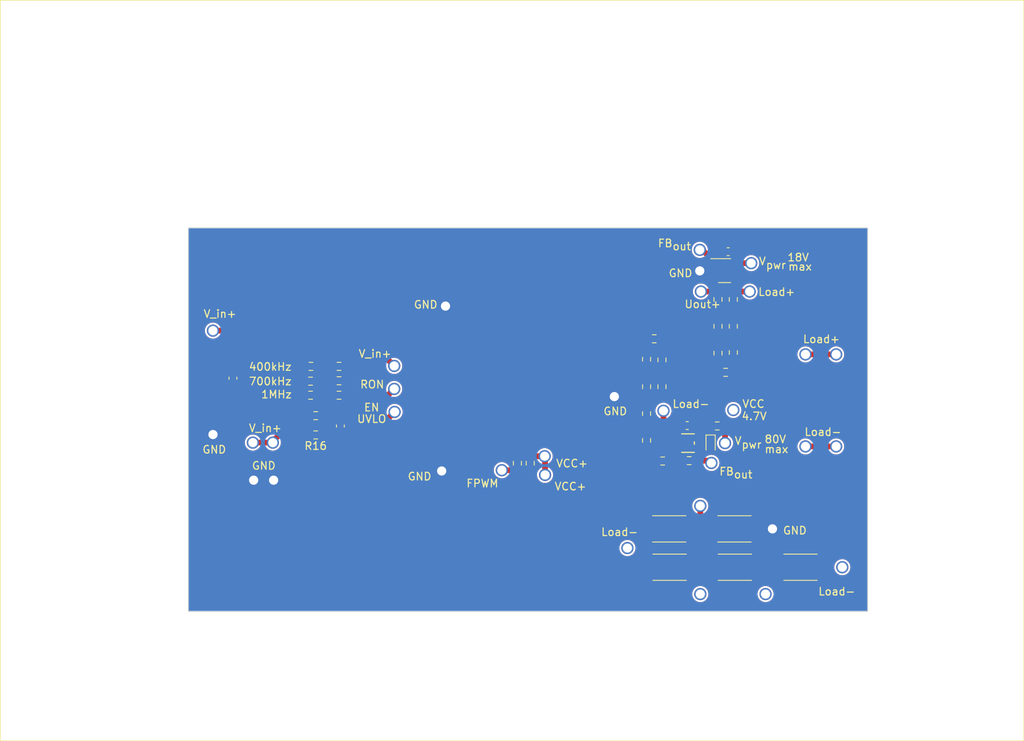
<source format=kicad_pcb>
(kicad_pcb (version 20221018) (generator pcbnew)
  (layers (0 "F.Cu" signal) (31 "B.Cu" signal) (34 "B.Paste" user) (35 "F.Paste" user) (36 "B.SilkS" user "B.Silkscreen") (37 "F.SilkS" user "F.Silkscreen") (38 "B.Mask" user) (39 "F.Mask" user) (44 "Edge.Cuts" user))
  (net 0 "")
  (net 1 "GND2")
  (net 2 "Net-(D2-Conn)")
  (net 3 "Net-(D22-Conn)")
  (net 4 "Net-(D3-Conn)")
  (net 5 "Net-(D29-Conn)")
  (net 6 "Net-(D1-Conn)")
  (net 7 "Net-(D4-Conn)")
  (net 8 "Net-(D5-Conn)")
  (net 9 "Net-(D12-Conn)")
  (net 10 "Net-(D10-Conn)")
  (net 11 "Net-(D13-Conn)")
  (net 12 "Net-(D14-Conn)")
  (net 13 "Net-(D21-Conn)")
  (net 14 "Net-(R1-Pad1)")
  (net 15 "Net-(U2-IN-)")
  (net 16 "Net-(R10-Pad2)")
  (net 17 "Net-(R11-Pad2)")
  (net 18 "Net-(D9-Conn)")
  (net 19 "Net-(D15-Conn)")
  (net 20 "Net-(D16-Conn)")
  (net 21 "Net-(D17-Conn)")
  (net 22 "Net-(D32-Conn)")
  (net 23 "Net-(D33-Conn)")
  (net 24 "Net-(D34-Conn)")
  (net 25 "Net-(D35-Conn)")
  (net 26 "Net-(R2-Pad1)")
  (net 27 "Net-(R20-Pad1)")
  (net 28 "Net-(R21-Pad1)")
  (net 29 "Net-(R22-Pad1)")
  (net 30 "Net-(R23-Pad2)")
  (net 31 "Net-(R24-Pad2)")
  (net 32 "Net-(R26-Pad2)")
  (net 33 "Net-(R27-Pad2)")
  (net 34 "Net-(R28-Pad2)")
  (net 35 "Net-(R29-Pad1)")
  (net 36 "Net-(R29-Pad2)")
  (net 37 "Net-(R30-Pad1)")
  (footprint "Resistor_SMD:R_0603_1608Metric_Pad0.98x0.95mm_HandSolder" (layer "F.Cu") (at 130.8618 113.6875 90)
    (fp_text reference "R12" hide)
    (fp_text value "R" hide)
    (fp_line (start -0.254724 -0.5225) (end 0.254724 -0.5225) (stroke (width 0.12)) (layer "F.SilkS"))
    (fp_line (start -0.254724 0.5225) (end 0.254724 0.5225) (stroke (width 0.12)) (layer "F.SilkS"))
    (pad "1" smd roundrect (at -0.9125 0 90) (size 0.975 0.95) (layers "F.Cu" "F.Paste" "F.Mask") (net 8 "Net-(D5-Conn)"))
    (pad "2" smd roundrect (at 0.9125 0 90) (size 0.975 0.95) (layers "F.Cu" "F.Paste" "F.Mask") (net 1 "GND2"))
  )
  (footprint "ul_TLV9061IDCKR:DCK5_TEX" (layer "F.Cu") (at 153.09595 111.064)
    (fp_text reference "U2" hide)
    (fp_text value "TLV9061IDCKR" hide)
    (fp_line (start -0.8255 1.2065) (end 0.8255 1.2065) (stroke (width 0.1524)) (layer "F.SilkS"))
    (fp_line (start 0.8255 -1.2065) (end -0.8255 -1.2065) (stroke (width 0.1524)) (layer "F.SilkS"))
    (fp_line (start 0.8255 0.164859) (end 0.8255 -0.164859) (stroke (width 0.1524)) (layer "F.SilkS"))
    (pad "1" smd rect (at -0.9652 -0.649999) (size 1.1684 0.3048) (layers "F.Cu" "F.Paste" "F.Mask") (net 6 "Net-(D1-Conn)"))
    (pad "2" smd rect (at -0.9652 0) (size 1.1684 0.3048) (layers "F.Cu" "F.Paste" "F.Mask") (net 1 "GND2"))
    (pad "3" smd rect (at -0.9652 0.649999) (size 1.1684 0.3048) (layers "F.Cu" "F.Paste" "F.Mask") (net 15 "Net-(U2-IN-)"))
    (pad "4" smd rect (at 0.9652 0.649999) (size 1.1684 0.3048) (layers "F.Cu" "F.Paste" "F.Mask") (net 12 "Net-(D14-Conn)"))
    (pad "5" smd rect (at 0.9652 -0.649999) (size 1.1684 0.3048) (layers "F.Cu" "F.Paste" "F.Mask") (net 20 "Net-(D16-Conn)"))
  )
  (footprint "Wire_holes:WireHole_1p2" (layer "F.Cu") (at 128.8382 114.6 -90)
    (fp_text reference "D5" hide)
    (fp_text value "WireHole_1p5" hide)
    (pad "1" thru_hole circle (at 0 0 270) (size 1.6 1.6) (drill 1.2) (layers "*.Cu" "*.Mask") (net 8 "Net-(D5-Conn)"))
  )
  (footprint "Resistor_SMD:R_2512_6332Metric_Pad1.40x3.35mm_HandSolder" (layer "F.Cu") (at 159.15 122.25 180)
    (fp_text reference "R14" hide)
    (fp_text value "R" hide)
    (fp_line (start -2.177064 -1.71) (end 2.177064 -1.71) (stroke (width 0.12)) (layer "F.SilkS"))
    (fp_line (start -2.177064 1.71) (end 2.177064 1.71) (stroke (width 0.12)) (layer "F.SilkS"))
    (pad "1" smd roundrect (at -3.05 0 180) (size 1.4 3.35) (layers "F.Cu" "F.Paste" "F.Mask") (roundrect_rratio 0.1785707143) (net 1 "GND2"))
    (pad "2" smd roundrect (at 3.05 0 180) (size 1.4 3.35) (layers "F.Cu" "F.Paste" "F.Mask") (roundrect_rratio 0.1785707143) (net 10 "Net-(D10-Conn)"))
  )
  (footprint "Wire_holes:WireHole_1p2" (layer "F.Cu") (at 161.3317 87.60365)
    (fp_text reference "D9" hide)
    (fp_text value "WireHole_1p5" hide)
    (pad "1" thru_hole circle (at 0 0) (size 1.6 1.6) (drill 1.2) (layers "*.Cu" "*.Mask") (net 18 "Net-(D9-Conn)"))
  )
  (footprint "Wire_holes:WireHole_1p2" (layer "F.Cu") (at 96.5 115.9 90)
    (fp_text reference "D19" hide)
    (fp_text value "WireHole_1p5" hide)
    (pad "1" thru_hole circle (at 0 0 90) (size 1.6 1.6) (drill 1.2) (layers "*.Cu" "*.Mask") (net 1 "GND2"))
  )
  (footprint "Resistor_SMD:R_0603_1608Metric_Pad0.98x0.95mm_HandSolder" (layer "F.Cu") (at 158 101.8375 180)
    (fp_text reference "R32" hide)
    (fp_text value "R" hide)
    (fp_line (start -0.254724 -0.5225) (end 0.254724 -0.5225) (stroke (width 0.12)) (layer "F.SilkS"))
    (fp_line (start -0.254724 0.5225) (end 0.254724 0.5225) (stroke (width 0.12)) (layer "F.SilkS"))
    (pad "1" smd roundrect (at -0.9125 0 180) (size 0.975 0.95) (layers "F.Cu" "F.Paste" "F.Mask") (net 36 "Net-(R29-Pad2)"))
    (pad "2" smd roundrect (at 0.9125 0 180) (size 0.975 0.95) (layers "F.Cu" "F.Paste" "F.Mask") (net 34 "Net-(R28-Pad2)"))
  )
  (footprint "Resistor_SMD:R_0603_1608Metric_Pad0.98x0.95mm_HandSolder" (layer "F.Cu") (at 107.6226 104.8184)
    (fp_text reference "R8" hide)
    (fp_text value "R" hide)
    (fp_line (start -0.254724 -0.5225) (end 0.254724 -0.5225) (stroke (width 0.12)) (layer "F.SilkS"))
    (fp_line (start -0.254724 0.5225) (end 0.254724 0.5225) (stroke (width 0.12)) (layer "F.SilkS"))
    (pad "1" smd roundrect (at -0.9125 0) (size 0.975 0.95) (layers "F.Cu" "F.Paste" "F.Mask") (net 17 "Net-(R11-Pad2)"))
    (pad "2" smd roundrect (at 0.9125 0) (size 0.975 0.95) (layers "F.Cu" "F.Paste" "F.Mask") (net 13 "Net-(D21-Conn)"))
  )
  (footprint "Resistor_SMD:R_2512_6332Metric_Pad1.40x3.35mm_HandSolder" (layer "F.Cu") (at 150.7 127.25)
    (fp_text reference "R17" hide)
    (fp_text value "R" hide)
    (fp_line (start -2.177064 -1.71) (end 2.177064 -1.71) (stroke (width 0.12)) (layer "F.SilkS"))
    (fp_line (start -2.177064 1.71) (end 2.177064 1.71) (stroke (width 0.12)) (layer "F.SilkS"))
    (pad "1" smd roundrect (at -3.05 0) (size 1.4 3.35) (layers "F.Cu" "F.Paste" "F.Mask") (roundrect_rratio 0.1785707143) (net 22 "Net-(D32-Conn)"))
    (pad "2" smd roundrect (at 3.05 0) (size 1.4 3.35) (layers "F.Cu" "F.Paste" "F.Mask") (roundrect_rratio 0.1785707143) (net 24 "Net-(D34-Conn)"))
  )
  (footprint "Capacitor_SMD:C_0603_1608Metric_Pad1.08x0.95mm_HandSolder" (layer "F.Cu") (at 158.3317 86.10365 180)
    (fp_text reference "C2" hide)
    (fp_text value "C" hide)
    (fp_line (start -0.146267 -0.51) (end 0.146267 -0.51) (stroke (width 0.12)) (layer "F.SilkS"))
    (fp_line (start -0.146267 0.51) (end 0.146267 0.51) (stroke (width 0.12)) (layer "F.SilkS"))
    (pad "1" smd roundrect (at -0.8625 0 180) (size 1.075 0.95) (layers "F.Cu" "F.Paste" "F.Mask") (net 18 "Net-(D9-Conn)"))
    (pad "2" smd roundrect (at 0.8625 0 180) (size 1.075 0.95) (layers "F.Cu" "F.Paste" "F.Mask") (net 1 "GND2"))
  )
  (footprint "Capacitor_SMD:C_0603_1608Metric_Pad1.08x0.95mm_HandSolder" (layer "F.Cu") (at 152.99435 108.778 180)
    (fp_text reference "C1" hide)
    (fp_text value "C" hide)
    (fp_line (start -0.146267 -0.51) (end 0.146267 -0.51) (stroke (width 0.12)) (layer "F.SilkS"))
    (fp_line (start -0.146267 0.51) (end 0.146267 0.51) (stroke (width 0.12)) (layer "F.SilkS"))
    (pad "1" smd roundrect (at -0.8625 0 180) (size 1.075 0.95) (layers "F.Cu" "F.Paste" "F.Mask") (net 20 "Net-(D16-Conn)"))
    (pad "2" smd roundrect (at 0.8625 0 180) (size 1.075 0.95) (layers "F.Cu" "F.Paste" "F.Mask") (net 1 "GND2"))
  )
  (footprint "Resistor_SMD:R_0603_1608Metric_Pad0.98x0.95mm_HandSolder" (layer "F.Cu") (at 147.7 110.713999 -90)
    (fp_text reference "R2" hide)
    (fp_text value "R" hide)
    (fp_line (start -0.254724 -0.5225) (end 0.254724 -0.5225) (stroke (width 0.12)) (layer "F.SilkS"))
    (fp_line (start -0.254724 0.5225) (end 0.254724 0.5225) (stroke (width 0.12)) (layer "F.SilkS"))
    (pad "1" smd roundrect (at -0.9125 0 270) (size 0.975 0.95) (layers "F.Cu" "F.Paste" "F.Mask") (net 26 "Net-(R2-Pad1)"))
    (pad "2" smd roundrect (at 0.9125 0 270) (size 0.975 0.95) (layers "F.Cu" "F.Paste" "F.Mask") (net 1 "GND2"))
  )
  (footprint "Wire_holes:WireHole_1p2" (layer "F.Cu") (at 114.816 101)
    (fp_text reference "D20" hide)
    (fp_text value "WireHole_1p5" hide)
    (pad "1" thru_hole circle (at 0 0) (size 1.6 1.6) (drill 1.2) (layers "*.Cu" "*.Mask") (net 21 "Net-(D17-Conn)"))
  )
  (footprint "Resistor_SMD:R_0603_1608Metric_Pad0.98x0.95mm_HandSolder" (layer "F.Cu") (at 147.7 103.713999 -90)
    (fp_text reference "R21" hide)
    (fp_text value "R" hide)
    (fp_line (start -0.254724 -0.5225) (end 0.254724 -0.5225) (stroke (width 0.12)) (layer "F.SilkS"))
    (fp_line (start -0.254724 0.5225) (end 0.254724 0.5225) (stroke (width 0.12)) (layer "F.SilkS"))
    (pad "1" smd roundrect (at -0.9125 0 270) (size 0.975 0.95) (layers "F.Cu" "F.Paste" "F.Mask") (net 28 "Net-(R21-Pad1)"))
    (pad "2" smd roundrect (at 0.9125 0 270) (size 0.975 0.95) (layers "F.Cu" "F.Paste" "F.Mask") (net 27 "Net-(R20-Pad1)"))
  )
  (footprint "Wire_holes:WireHole_1p2" (layer "F.Cu") (at 172.4 99.5)
    (fp_text reference "D2" hide)
    (fp_text value "WireHole_1p5" hide)
    (pad "1" thru_hole circle (at 0 0) (size 1.6 1.6) (drill 1.2) (layers "*.Cu" "*.Mask") (net 2 "Net-(D2-Conn)"))
  )
  (footprint "Resistor_SMD:R_0603_1608Metric_Pad0.98x0.95mm_HandSolder" (layer "F.Cu") (at 157 95.8375 90)
    (fp_text reference "R27" hide)
    (fp_text value "R" hide)
    (fp_line (start -0.254724 -0.5225) (end 0.254724 -0.5225) (stroke (width 0.12)) (layer "F.SilkS"))
    (fp_line (start -0.254724 0.5225) (end 0.254724 0.5225) (stroke (width 0.12)) (layer "F.SilkS"))
    (pad "1" smd roundrect (at -0.9125 0 90) (size 0.975 0.95) (layers "F.Cu" "F.Paste" "F.Mask") (net 32 "Net-(R26-Pad2)"))
    (pad "2" smd roundrect (at 0.9125 0 90) (size 0.975 0.95) (layers "F.Cu" "F.Paste" "F.Mask") (net 33 "Net-(R27-Pad2)"))
  )
  (footprint "Wire_holes:WireHole_1p2" (layer "F.Cu") (at 164.1 122.25 180)
    (fp_text reference "D11" hide)
    (fp_text value "WireHole_1p5" hide)
    (pad "1" thru_hole circle (at 0 0 180) (size 1.6 1.6) (drill 1.2) (layers "*.Cu" "*.Mask") (net 1 "GND2"))
  )
  (footprint "Wire_holes:WireHole_1p2" (layer "F.Cu") (at 149.9 106.8476)
    (fp_text reference "D1" hide)
    (fp_text value "WireHole_1p5" hide)
    (pad "1" thru_hole circle (at 0 0) (size 1.6 1.6) (drill 1.2) (layers "*.Cu" "*.Mask") (net 6 "Net-(D1-Conn)"))
  )
  (footprint "Wire_holes:WireHole_1p2" (layer "F.Cu") (at 96.4 111 90)
    (fp_text reference "D17" hide)
    (fp_text value "WireHole_1p5" hide)
    (pad "1" thru_hole circle (at 0 0 90) (size 1.6 1.6) (drill 1.2) (layers "*.Cu" "*.Mask") (net 21 "Net-(D17-Conn)"))
  )
  (footprint "Wire_holes:WireHole_1p2" (layer "F.Cu") (at 168.4 111.5)
    (fp_text reference "D3" hide)
    (fp_text value "WireHole_1p5" hide)
    (pad "1" thru_hole circle (at 0 0) (size 1.6 1.6) (drill 1.2) (layers "*.Cu" "*.Mask") (net 4 "Net-(D3-Conn)"))
  )
  (footprint "Capacitor_SMD:C_0603_1608Metric_Pad1.08x0.95mm_HandSolder" (layer "F.Cu") (at 93.8 102.6 -90)
    (fp_text reference "C4" hide)
    (fp_text value "C" hide)
    (fp_line (start -0.146267 -0.51) (end 0.146267 -0.51) (stroke (width 0.12)) (layer "F.SilkS"))
    (fp_line (start -0.146267 0.51) (end 0.146267 0.51) (stroke (width 0.12)) (layer "F.SilkS"))
    (pad "1" smd roundrect (at -0.8625 0 270) (size 1.075 0.95) (layers "F.Cu" "F.Paste" "F.Mask") (net 21 "Net-(D17-Conn)"))
    (pad "2" smd roundrect (at 0.8625 0 270) (size 1.075 0.95) (layers "F.Cu" "F.Paste" "F.Mask") (net 1 "GND2"))
  )
  (footprint "Wire_holes:WireHole_1p2" (layer "F.Cu") (at 173.2 127.25)
    (fp_text reference "D35" hide)
    (fp_text value "WireHole_1p5" hide)
    (pad "1" thru_hole circle (at 0 0) (size 1.6 1.6) (drill 1.2) (layers "*.Cu" "*.Mask") (net 25 "Net-(D35-Conn)"))
  )
  (footprint "Wire_holes:WireHole_1p2" (layer "F.Cu") (at 156.14395 113.6548)
    (fp_text reference "D14" hide)
    (fp_text value "WireHole_1p5" hide)
    (pad "1" thru_hole circle (at 0 0) (size 1.6 1.6) (drill 1.2) (layers "*.Cu" "*.Mask") (net 12 "Net-(D14-Conn)"))
  )
  (footprint "Resistor_SMD:R_0603_1608Metric_Pad0.98x0.95mm_HandSolder" (layer "F.Cu") (at 107.6226 101.0592)
    (fp_text reference "R1" hide)
    (fp_text value "R" hide)
    (fp_line (start -0.254724 -0.5225) (end 0.254724 -0.5225) (stroke (width 0.12)) (layer "F.SilkS"))
    (fp_line (start -0.254724 0.5225) (end 0.254724 0.5225) (stroke (width 0.12)) (layer "F.SilkS"))
    (pad "1" smd roundrect (at -0.9125 0) (size 0.975 0.95) (layers "F.Cu" "F.Paste" "F.Mask") (net 14 "Net-(R1-Pad1)"))
    (pad "2" smd roundrect (at 0.9125 0) (size 0.975 0.95) (layers "F.Cu" "F.Paste" "F.Mask") (net 13 "Net-(D21-Conn)"))
  )
  (footprint "Resistor_SMD:R_0603_1608Metric_Pad0.98x0.95mm_HandSolder" (layer "F.Cu") (at 159 99.25 -90)
    (fp_text reference "R29" hide)
    (fp_text value "R" hide)
    (fp_line (start -0.254724 -0.5225) (end 0.254724 -0.5225) (stroke (width 0.12)) (layer "F.SilkS"))
    (fp_line (start -0.254724 0.5225) (end 0.254724 0.5225) (stroke (width 0.12)) (layer "F.SilkS"))
    (pad "1" smd roundrect (at -0.9125 0 270) (size 0.975 0.95) (layers "F.Cu" "F.Paste" "F.Mask") (net 35 "Net-(R29-Pad1)"))
    (pad "2" smd roundrect (at 0.9125 0 270) (size 0.975 0.95) (layers "F.Cu" "F.Paste" "F.Mask") (net 36 "Net-(R29-Pad2)"))
  )
  (footprint "Wire_holes:WireHole_1p2" (layer "F.Cu") (at 114.8668 107)
    (fp_text reference "D22" hide)
    (fp_text value "WireHole_1p5" hide)
    (pad "1" thru_hole circle (at 0 0) (size 1.6 1.6) (drill 1.2) (layers "*.Cu" "*.Mask") (net 3 "Net-(D22-Conn)"))
  )
  (footprint "Resistor_SMD:R_0603_1608Metric_Pad0.98x0.95mm_HandSolder" (layer "F.Cu") (at 132.5382 113.6875 90)
    (fp_text reference "R13" hide)
    (fp_text value "R" hide)
    (fp_line (start -0.254724 -0.5225) (end 0.254724 -0.5225) (stroke (width 0.12)) (layer "F.SilkS"))
    (fp_line (start -0.254724 0.5225) (end 0.254724 0.5225) (stroke (width 0.12)) (layer "F.SilkS"))
    (pad "1" smd roundrect (at -0.9125 0 90) (size 0.975 0.95) (layers "F.Cu" "F.Paste" "F.Mask") (net 8 "Net-(D5-Conn)"))
    (pad "2" smd roundrect (at 0.9125 0 90) (size 0.975 0.95) (layers "F.Cu" "F.Paste" "F.Mask") (net 9 "Net-(D12-Conn)"))
  )
  (footprint "Resistor_SMD:R_0603_1608Metric_Pad0.98x0.95mm_HandSolder" (layer "F.Cu") (at 103.965 101.0592)
    (fp_text reference "R9" hide)
    (fp_text value "R" hide)
    (fp_line (start -0.254724 -0.5225) (end 0.254724 -0.5225) (stroke (width 0.12)) (layer "F.SilkS"))
    (fp_line (start -0.254724 0.5225) (end 0.254724 0.5225) (stroke (width 0.12)) (layer "F.SilkS"))
    (pad "1" smd roundrect (at -0.9125 0) (size 0.975 0.95) (layers "F.Cu" "F.Paste" "F.Mask") (net 21 "Net-(D17-Conn)"))
    (pad "2" smd roundrect (at 0.9125 0) (size 0.975 0.95) (layers "F.Cu" "F.Paste" "F.Mask") (net 14 "Net-(R1-Pad1)"))
  )
  (footprint "Wire_holes:WireHole_1p2" (layer "F.Cu") (at 154.6293 85.86805)
    (fp_text reference "D15" hide)
    (fp_text value "WireHole_1p5" hide)
    (pad "1" thru_hole circle (at 0 0) (size 1.6 1.6) (drill 1.2) (layers "*.Cu" "*.Mask") (net 19 "Net-(D15-Conn)"))
  )
  (footprint "Resistor_SMD:R_0603_1608Metric_Pad0.98x0.95mm_HandSolder" (layer "F.Cu") (at 148.7 97.463999)
    (fp_text reference "R23" hide)
    (fp_text value "R" hide)
    (fp_line (start -0.254724 -0.5225) (end 0.254724 -0.5225) (stroke (width 0.12)) (layer "F.SilkS"))
    (fp_line (start -0.254724 0.5225) (end 0.254724 0.5225) (stroke (width 0.12)) (layer "F.SilkS"))
    (pad "1" smd roundrect (at -0.9125 0) (size 0.975 0.95) (layers "F.Cu" "F.Paste" "F.Mask") (net 29 "Net-(R22-Pad1)"))
    (pad "2" smd roundrect (at 0.9125 0) (size 0.975 0.95) (layers "F.Cu" "F.Paste" "F.Mask") (net 30 "Net-(R23-Pad2)"))
  )
  (footprint "Resistor_SMD:R_0603_1608Metric_Pad0.98x0.95mm_HandSolder" (layer "F.Cu") (at 104.5875 110 180)
    (fp_text reference "R16" (at 0 -1.43 180) (layer "F.SilkS"))
    (fp_text value "R")
    (fp_line (start -0.254724 -0.5225) (end 0.254724 -0.5225) (stroke (width 0.12)) (layer "F.SilkS"))
    (fp_line (start -0.254724 0.5225) (end 0.254724 0.5225) (stroke (width 0.12)) (layer "F.SilkS"))
    (pad "1" smd roundrect (at -0.9125 0 180) (size 0.975 0.95) (layers "F.Cu" "F.Paste" "F.Mask") (net 3 "Net-(D22-Conn)"))
    (pad "2" smd roundrect (at 0.9125 0 180) (size 0.975 0.95) (layers "F.Cu" "F.Paste" "F.Mask") (net 1 "GND2"))
  )
  (footprint "Wire_holes:WireHole_1p2" (layer "F.Cu") (at 145.2 124.75)
    (fp_text reference "D32" hide)
    (fp_text value "WireHole_1p5" hide)
    (pad "1" thru_hole circle (at 0 0) (size 1.6 1.6) (drill 1.2) (layers "*.Cu" "*.Mask") (net 22 "Net-(D32-Conn)"))
  )
  (footprint "Resistor_SMD:R_0603_1608Metric_Pad0.98x0.95mm_HandSolder" (layer "F.Cu") (at 157 92.3375 -90)
    (fp_text reference "R26" hide)
    (fp_text value "R" hide)
    (fp_line (start -0.254724 -0.5225) (end 0.254724 -0.5225) (stroke (width 0.12)) (layer "F.SilkS"))
    (fp_line (start -0.254724 0.5225) (end 0.254724 0.5225) (stroke (width 0.12)) (layer "F.SilkS"))
    (pad "1" smd roundrect (at -0.9125 0 270) (size 0.975 0.95) (layers "F.Cu" "F.Paste" "F.Mask") (net 7 "Net-(D4-Conn)"))
    (pad "2" smd roundrect (at 0.9125 0 270) (size 0.975 0.95) (layers "F.Cu" "F.Paste" "F.Mask") (net 32 "Net-(R26-Pad2)"))
  )
  (footprint "Wire_holes:WireHole_1p2" (layer "F.Cu") (at 143.5 105)
    (fp_text reference "D26" hide)
    (fp_text value "WireHole_1p5" hide)
    (pad "1" thru_hole circle (at 0 0) (size 1.6 1.6) (drill 1.2) (layers "*.Cu" "*.Mask") (net 1 "GND2"))
  )
  (footprint "Resistor_SMD:R_0603_1608Metric_Pad0.98x0.95mm_HandSolder" (layer "F.Cu") (at 149.79395 113.4008)
    (fp_text reference "R4" hide)
    (fp_text value "R" hide)
    (fp_line (start -0.254724 -0.5225) (end 0.254724 -0.5225) (stroke (width 0.12)) (layer "F.SilkS"))
    (fp_line (start -0.254724 0.5225) (end 0.254724 0.5225) (stroke (width 0.12)) (layer "F.SilkS"))
    (pad "1" smd roundrect (at -0.9125 0) (size 0.975 0.95) (layers "F.Cu" "F.Paste" "F.Mask") (net 1 "GND2"))
    (pad "2" smd roundrect (at 0.9125 0) (size 0.975 0.95) (layers "F.Cu" "F.Paste" "F.Mask") (net 15 "Net-(U2-IN-)"))
  )
  (footprint "Wire_holes:WireHole_1p2" (layer "F.Cu") (at 121.5 93.2)
    (fp_text reference "D25" hide)
    (fp_text value "WireHole_1p5" hide)
    (pad "1" thru_hole circle (at 0 0) (size 1.6 1.6) (drill 1.2) (layers "*.Cu" "*.Mask") (net 1 "GND2"))
  )
  (footprint "Wire_holes:WireHole_1p2" (layer "F.Cu") (at 134.4178 112.7731 -90)
    (fp_text reference "D8" hide)
    (fp_text value "WireHole_1p5" hide)
    (pad "1" thru_hole circle (at 0 0 270) (size 1.6 1.6) (drill 1.2) (layers "*.Cu" "*.Mask") (net 9 "Net-(D12-Conn)"))
  )
  (footprint "Resistor_SMD:R_2512_6332Metric_Pad1.40x3.35mm_HandSolder" (layer "F.Cu") (at 159.2 127.25)
    (fp_text reference "R18" hide)
    (fp_text value "R" hide)
    (fp_line (start -2.177064 -1.71) (end 2.177064 -1.71) (stroke (width 0.12)) (layer "F.SilkS"))
    (fp_line (start -2.177064 1.71) (end 2.177064 1.71) (stroke (width 0.12)) (layer "F.SilkS"))
    (pad "1" smd roundrect (at -3.05 0) (size 1.4 3.35) (layers "F.Cu" "F.Paste" "F.Mask") (roundrect_rratio 0.1785707143) (net 24 "Net-(D34-Conn)"))
    (pad "2" smd roundrect (at 3.05 0) (size 1.4 3.35) (layers "F.Cu" "F.Paste" "F.Mask") (roundrect_rratio 0.1785707143) (net 23 "Net-(D33-Conn)"))
  )
  (footprint "Wire_holes:WireHole_1p2" (layer "F.Cu") (at 157.92195 111.064)
    (fp_text reference "D13" hide)
    (fp_text value "WireHole_1p5" hide)
    (pad "1" thru_hole circle (at 0 0) (size 1.6 1.6) (drill 1.2) (layers "*.Cu" "*.Mask") (net 11 "Net-(D13-Conn)"))
  )
  (footprint "Resistor_SMD:R_0603_1608Metric_Pad0.98x0.95mm_HandSolder" (layer "F.Cu") (at 107.6226 102.9388)
    (fp_text reference "R7" hide)
    (fp_text value "R" hide)
    (fp_line (start -0.254724 -0.5225) (end 0.254724 -0.5225) (stroke (width 0.12)) (layer "F.SilkS"))
    (fp_line (start -0.254724 0.5225) (end 0.254724 0.5225) (stroke (width 0.12)) (layer "F.SilkS"))
    (pad "1" smd roundrect (at -0.9125 0) (size 0.975 0.95) (layers "F.Cu" "F.Paste" "F.Mask") (net 16 "Net-(R10-Pad2)"))
    (pad "2" smd roundrect (at 0.9125 0) (size 0.975 0.95) (layers "F.Cu" "F.Paste" "F.Mask") (net 13 "Net-(D21-Conn)"))
  )
  (footprint "Wire_holes:WireHole_1p2" (layer "F.Cu") (at 121 114.7)
    (fp_text reference "D31" hide)
    (fp_text value "WireHole_1p5" hide)
    (pad "1" thru_hole circle (at 0 0) (size 1.6 1.6) (drill 1.2) (layers "*.Cu" "*.Mask") (net 1 "GND2"))
  )
  (footprint "Wire_holes:WireHole_1p2" (layer "F.Cu") (at 161.1317 91.30365)
    (fp_text reference "D29" hide)
    (fp_text value "WireHole_1p5" hide)
    (pad "1" thru_hole circle (at 0 0) (size 1.6 1.6) (drill 1.2) (layers "*.Cu" "*.Mask") (net 5 "Net-(D29-Conn)"))
  )
  (footprint "Wire_holes:WireHole_1p2" (layer "F.Cu") (at 172.4 111.5)
    (fp_text reference "D7" hide)
    (fp_text value "WireHole_1p5" hide)
    (pad "1" thru_hole circle (at 0 0) (size 1.6 1.6) (drill 1.2) (layers "*.Cu" "*.Mask") (net 4 "Net-(D3-Conn)"))
  )
  (footprint "Resistor_SMD:R_0603_1608Metric_Pad0.98x0.95mm_HandSolder" (layer "F.Cu") (at 103.9142 102.9896)
    (fp_text reference "R10" hide)
    (fp_text value "R" hide)
    (fp_line (start -0.254724 -0.5225) (end 0.254724 -0.5225) (stroke (width 0.12)) (layer "F.SilkS"))
    (fp_line (start -0.254724 0.5225) (end 0.254724 0.5225) (stroke (width 0.12)) (layer "F.SilkS"))
    (pad "1" smd roundrect (at -0.9125 0) (size 0.975 0.95) (layers "F.Cu" "F.Paste" "F.Mask") (net 21 "Net-(D17-Conn)"))
    (pad "2" smd roundrect (at 0.9125 0) (size 0.975 0.95) (layers "F.Cu" "F.Paste" "F.Mask") (net 16 "Net-(R10-Pad2)"))
  )
  (footprint "Resistor_SMD:R_0603_1608Metric_Pad0.98x0.95mm_HandSolder" (layer "F.Cu") (at 147.7 100.126499 -90)
    (fp_text reference "R22" hide)
    (fp_text value "R" hide)
    (fp_line (start -0.254724 -0.5225) (end 0.254724 -0.5225) (stroke (width 0.12)) (layer "F.SilkS"))
    (fp_line (start -0.254724 0.5225) (end 0.254724 0.5225) (stroke (width 0.12)) (layer "F.SilkS"))
    (pad "1" smd roundrect (at -0.9125 0 270) (size 0.975 0.95) (layers "F.Cu" "F.Paste" "F.Mask") (net 29 "Net-(R22-Pad1)"))
    (pad "2" smd roundrect (at 0.9125 0 270) (size 0.975 0.95) (layers "F.Cu" "F.Paste" "F.Mask") (net 28 "Net-(R21-Pad1)"))
  )
  (footprint "Wire_holes:WireHole_1p2" (layer "F.Cu") (at 99.1 115.9 90)
    (fp_text reference "D24" hide)
    (fp_text value "WireHole_1p5" hide)
    (pad "1" thru_hole circle (at 0 0 90) (size 1.6 1.6) (drill 1.2) (layers "*.Cu" "*.Mask") (net 1 "GND2"))
  )
  (footprint "Wire_holes:WireHole_1p2" (layer "F.Cu") (at 163.2 130.75)
    (fp_text reference "D33" hide)
    (fp_text value "WireHole_1p5" hide)
    (pad "1" thru_hole circle (at 0 0) (size 1.6 1.6) (drill 1.2) (layers "*.Cu" "*.Mask") (net 23 "Net-(D33-Conn)"))
  )
  (footprint "Package_TO_SOT_SMD:SOT-23-5" (layer "F.Cu") (at 157.8625 88.57565)
    (fp_text reference "U17" hide)
    (fp_text value "INA193" hide)
    (fp_line (start 0 -1.56) (end -1.8 -1.56) (stroke (width 0.12)) (layer "F.SilkS"))
    (fp_line (start 0 -1.56) (end 0.8 -1.56) (stroke (width 0.12)) (layer "F.SilkS"))
    (fp_line (start 0 1.56) (end -0.8 1.56) (stroke (width 0.12)) (layer "F.SilkS"))
    (fp_line (start 0 1.56) (end 0.8 1.56) (stroke (width 0.12)) (layer "F.SilkS"))
    (pad "1" smd roundrect (at -1.1375 -0.95) (size 1.325 0.6) (layers "F.Cu" "F.Paste" "F.Mask") (net 19 "Net-(D15-Conn)"))
    (pad "2" smd roundrect (at -1.1375 0) (size 1.325 0.6) (layers "F.Cu" "F.Paste" "F.Mask") (net 1 "GND2"))
    (pad "3" smd roundrect (at -1.1375 0.95) (size 1.325 0.6) (layers "F.Cu" "F.Paste" "F.Mask") (net 7 "Net-(D4-Conn)"))
    (pad "4" smd roundrect (at 1.1375 0.95) (size 1.325 0.6) (layers "F.Cu" "F.Paste" "F.Mask") (net 5 "Net-(D29-Conn)"))
    (pad "5" smd roundrect (at 1.1375 -0.95) (size 1.325 0.6) (layers "F.Cu" "F.Paste" "F.Mask") (net 18 "Net-(D9-Conn)"))
  )
  (footprint "Wire_holes:WireHole_1p2" (layer "F.Cu") (at 168.4 99.5)
    (fp_text reference "D6" hide)
    (fp_text value "WireHole_1p5" hide)
    (pad "1" thru_hole circle (at 0 0) (size 1.6 1.6) (drill 1.2) (layers "*.Cu" "*.Mask") (net 2 "Net-(D2-Conn)"))
  )
  (footprint "Wire_holes:WireHole_1p2" (layer "F.Cu") (at 91.2 109.9492)
    (fp_text reference "D28" hide)
    (fp_text value "WireHole_1p5" hide)
    (pad "1" thru_hole circle (at 0 0) (size 1.6 1.6) (drill 1.2) (layers "*.Cu" "*.Mask") (net 1 "GND2"))
  )
  (footprint "Resistor_SMD:R_0603_1608Metric_Pad0.98x0.95mm_HandSolder" (layer "F.Cu") (at 157 99.3375 -90)
    (fp_text reference "R28" hide)
    (fp_text value "R" hide)
    (fp_line (start -0.254724 -0.5225) (end 0.254724 -0.5225) (stroke (width 0.12)) (layer "F.SilkS"))
    (fp_line (start -0.254724 0.5225) (end 0.254724 0.5225) (stroke (width 0.12)) (layer "F.SilkS"))
    (pad "1" smd roundrect (at -0.9125 0 270) (size 0.975 0.95) (layers "F.Cu" "F.Paste" "F.Mask") (net 33 "Net-(R27-Pad2)"))
    (pad "2" smd roundrect (at 0.9125 0 270) (size 0.975 0.95) (layers "F.Cu" "F.Paste" "F.Mask") (net 34 "Net-(R28-Pad2)"))
  )
  (footprint "Wire_holes:WireHole_1p2" (layer "F.Cu") (at 159 106.75)
    (fp_text reference "D16" hide)
    (fp_text value "WireHole_1p5" hide)
    (pad "1" thru_hole circle (at 0 0) (size 1.6 1.6) (drill 1.2) (layers "*.Cu" "*.Mask") (net 20 "Net-(D16-Conn)"))
  )
  (footprint "Resistor_SMD:R_0603_1608Metric_Pad0.98x0.95mm_HandSolder" (layer "F.Cu") (at 153.24835 113.35)
    (fp_text reference "R3" hide)
    (fp_text value "R" hide)
    (fp_line (start -0.254724 -0.5225) (end 0.254724 -0.5225) (stroke (width 0.12)) (layer "F.SilkS"))
    (fp_line (start -0.254724 0.5225) (end 0.254724 0.5225) (stroke (width 0.12)) (layer "F.SilkS"))
    (pad "1" smd roundrect (at -0.9125 0) (size 0.975 0.95) (layers "F.Cu" "F.Paste" "F.Mask") (net 15 "Net-(U2-IN-)"))
    (pad "2" smd roundrect (at 0.9125 0) (size 0.975 0.95) (layers "F.Cu" "F.Paste" "F.Mask") (net 12 "Net-(D14-Conn)"))
  )
  (footprint "Resistor_SMD:R_0603_1608Metric_Pad0.98x0.95mm_HandSolder" (layer "F.Cu") (at 159 92.3375 -90)
    (fp_text reference "R31" hide)
    (fp_text value "R" hide)
    (fp_line (start -0.254724 -0.5225) (end 0.254724 -0.5225) (stroke (width 0.12)) (layer "F.SilkS"))
    (fp_line (start -0.254724 0.5225) (end 0.254724 0.5225) (stroke (width 0.12)) (layer "F.SilkS"))
    (pad "1" smd roundrect (at -0.9125 0 270) (size 0.975 0.95) (layers "F.Cu" "F.Paste" "F.Mask") (net 5 "Net-(D29-Conn)"))
    (pad "2" smd roundrect (at 0.9125 0 270) (size 0.975 0.95) (layers "F.Cu" "F.Paste" "F.Mask") (net 37 "Net-(R30-Pad1)"))
  )
  (footprint "Wire_holes:WireHole_1p2" (layer "F.Cu") (at 134.4686 115.2115 -90)
    (fp_text reference "D12" hide)
    (fp_text value "WireHole_1p5" hide)
    (pad "1" thru_hole circle (at 0 0 270) (size 1.6 1.6) (drill 1.2) (layers "*.Cu" "*.Mask") (net 9 "Net-(D12-Conn)"))
  )
  (footprint "Capacitor_SMD:C_0603_1608Metric_Pad1.08x0.95mm_HandSolder" (layer "F.Cu") (at 107.8 108.8375 -90)
    (fp_text reference "C3" hide)
    (fp_text value "C" hide)
    (fp_line (start -0.146267 -0.51) (end 0.146267 -0.51) (stroke (width 0.12)) (layer "F.SilkS"))
    (fp_line (start -0.146267 0.51) (end 0.146267 0.51) (stroke (width 0.12)) (layer "F.SilkS"))
    (pad "1" smd roundrect (at -0.8625 0 270) (size 1.075 0.95) (layers "F.Cu" "F.Paste" "F.Mask") (net 3 "Net-(D22-Conn)"))
    (pad "2" smd roundrect (at 0.8625 0 270) (size 1.075 0.95) (layers "F.Cu" "F.Paste" "F.Mask") (net 1 "GND2"))
  )
  (footprint "Resistor_SMD:R_0603_1608Metric_Pad0.98x0.95mm_HandSolder" (layer "F.Cu") (at 103.9142 104.8184)
    (fp_text reference "R11" hide)
    (fp_text value "R" hide)
    (fp_line (start -0.254724 -0.5225) (end 0.254724 -0.5225) (stroke (width 0.12)) (layer "F.SilkS"))
    (fp_line (start -0.254724 0.5225) (end 0.254724 0.5225) (stroke (width 0.12)) (layer "F.SilkS"))
    (pad "1" smd roundrect (at -0.9125 0) (size 0.975 0.95) (layers "F.Cu" "F.Paste" "F.Mask") (net 21 "Net-(D17-Conn)"))
    (pad "2" smd roundrect (at 0.9125 0) (size 0.975 0.95) (layers "F.Cu" "F.Paste" "F.Mask") (net 17 "Net-(R11-Pad2)"))
  )
  (footprint "Wire_holes:WireHole_1p2" (layer "F.Cu") (at 114.816 104)
    (fp_text reference "D21" hide)
    (fp_text value "WireHole_1p5" hide)
    (pad "1" thru_hole circle (at 0 0) (size 1.6 1.6) (drill 1.2) (layers "*.Cu" "*.Mask") (net 13 "Net-(D21-Conn)"))
  )
  (footprint "Resistor_SMD:R_0603_1608Metric_Pad0.98x0.95mm_HandSolder" (layer "F.Cu") (at 147.7 107.213999 -90)
    (fp_text reference "R20" hide)
    (fp_text value "R" hide)
    (fp_line (start -0.254724 -0.5225) (end 0.254724 -0.5225) (stroke (width 0.12)) (layer "F.SilkS"))
    (fp_line (start -0.254724 0.5225) (end 0.254724 0.5225) (stroke (width 0.12)) (layer "F.SilkS"))
    (pad "1" smd roundrect (at -0.9125 0 270) (size 0.975 0.95) (layers "F.Cu" "F.Paste" "F.Mask") (net 27 "Net-(R20-Pad1)"))
    (pad "2" smd roundrect (at 0.9125 0 270) (size 0.975 0.95) (layers "F.Cu" "F.Paste" "F.Mask") (net 26 "Net-(R2-Pad1)"))
  )
  (footprint "Wire_holes:WireHole_1p2" (layer "F.Cu") (at 154.7817 91.30365)
    (fp_text reference "D4" hide)
    (fp_text value "WireHole_1p5" hide)
    (pad "1" thru_hole circle (at 0 0) (size 1.6 1.6) (drill 1.2) (layers "*.Cu" "*.Mask") (net 7 "Net-(D4-Conn)"))
  )
  (footprint "Resistor_SMD:R_0603_1608Metric_Pad0.98x0.95mm_HandSolder" (layer "F.Cu") (at 149.7 100.213999 -90)
    (fp_text reference "R24" hide)
    (fp_text value "R" hide)
    (fp_line (start -0.254724 -0.5225) (end 0.254724 -0.5225) (stroke (width 0.12)) (layer "F.SilkS"))
    (fp_line (start -0.254724 0.5225) (end 0.254724 0.5225) (stroke (width 0.12)) (layer "F.SilkS"))
    (pad "1" smd roundrect (at -0.9125 0 270) (size 0.975 0.95) (layers "F.Cu" "F.Paste" "F.Mask") (net 30 "Net-(R23-Pad2)"))
    (pad "2" smd roundrect (at 0.9125 0 270) (size 0.975 0.95) (layers "F.Cu" "F.Paste" "F.Mask") (net 31 "Net-(R24-Pad2)"))
  )
  (footprint "Resistor_SMD:R_2512_6332Metric_Pad1.40x3.35mm_HandSolder" (layer "F.Cu") (at 167.75 127.25)
    (fp_text reference "R19" hide)
    (fp_text value "R" hide)
    (fp_line (start -2.177064 -1.71) (end 2.177064 -1.71) (stroke (width 0.12)) (layer "F.SilkS"))
    (fp_line (start -2.177064 1.71) (end 2.177064 1.71) (stroke (width 0.12)) (layer "F.SilkS"))
    (pad "1" smd roundrect (at -3.05 0) (size 1.4 3.35) (layers "F.Cu" "F.Paste" "F.Mask") (roundrect_rratio 0.1785707143) (net 23 "Net-(D33-Conn)"))
    (pad "2" smd roundrect (at 3.05 0) (size 1.4 3.35) (layers "F.Cu" "F.Paste" "F.Mask") (roundrect_rratio 0.1785707143) (net 25 "Net-(D35-Conn)"))
  )
  (footprint "Wire_holes:WireHole_1p2" (layer "F.Cu") (at 154.7 119.25 180)
    (fp_text reference "D10" hide)
    (fp_text value "WireHole_1p5" hide)
    (pad "1" thru_hole circle (at 0 0 180) (size 1.6 1.6) (drill 1.2) (layers "*.Cu" "*.Mask") (net 10 "Net-(D10-Conn)"))
  )
  (footprint "Resistor_SMD:R_0603_1608Metric_Pad0.98x0.95mm_HandSolder" (layer "F.Cu") (at 104.5875 107.49 180)
    (fp_text reference "R15" hide)
    (fp_text value "R" hide)
    (fp_line (start -0.254724 -0.5225) (end 0.254724 -0.5225) (stroke (width 0.12)) (layer "F.SilkS"))
    (fp_line (start -0.254724 0.5225) (end 0.254724 0.5225) (stroke (width 0.12)) (layer "F.SilkS"))
    (pad "1" smd roundrect (at -0.9125 0 180) (size 0.975 0.95) (layers "F.Cu" "F.Paste" "F.Mask") (net 3 "Net-(D22-Conn)"))
    (pad "2" smd roundrect (at 0.9125 0 180) (size 0.975 0.95) (layers "F.Cu" "F.Paste" "F.Mask") (net 21 "Net-(D17-Conn)"))
  )
  (footprint "Resistor_SMD:R_0603_1608Metric_Pad0.98x0.95mm_HandSolder" (layer "F.Cu") (at 149.7 103.713999 -90)
    (fp_text reference "R25" hide)
    (fp_text value "R" hide)
    (fp_line (start -0.254724 -0.5225) (end 0.254724 -0.5225) (stroke (width 0.12)) (layer "F.SilkS"))
    (fp_line (start -0.254724 0.5225) (end 0.254724 0.5225) (stroke (width 0.12)) (layer "F.SilkS"))
    (pad "1" smd roundrect (at -0.9125 0 270) (size 0.975 0.95) (layers "F.Cu" "F.Paste" "F.Mask") (net 31 "Net-(R24-Pad2)"))
    (pad "2" smd roundrect (at 0.9125 0 270) (size 0.975 0.95) (layers "F.Cu" "F.Paste" "F.Mask") (net 6 "Net-(D1-Conn)"))
  )
  (footprint "Wire_holes:WireHole_1p2" (layer "F.Cu") (at 99 111 90)
    (fp_text reference "D18" hide)
    (fp_text value "WireHole_1p5" hide)
    (pad "1" thru_hole circle (at 0 0 90) (size 1.6 1.6) (drill 1.2) (layers "*.Cu" "*.Mask") (net 21 "Net-(D17-Conn)"))
  )
  (footprint "Wire_holes:WireHole_1p2" (layer "F.Cu") (at 91.2 96.4)
    (fp_text reference "D27" hide)
    (fp_text value "WireHole_1p5" hide)
    (pad "1" thru_hole circle (at 0 0) (size 1.6 1.6) (drill 1.2) (layers "*.Cu" "*.Mask") (net 21 "Net-(D17-Conn)"))
  )
  (footprint "Resistor_SMD:R_0603_1608Metric_Pad0.98x0.95mm_HandSolder" (layer "F.Cu") (at 159 95.8375 -90)
    (fp_text reference "R30" hide)
    (fp_text value "R" hide)
    (fp_line (start -0.254724 -0.5225) (end 0.254724 -0.5225) (stroke (width 0.12)) (layer "F.SilkS"))
    (fp_line (start -0.254724 0.5225) (end 0.254724 0.5225) (stroke (width 0.12)) (layer "F.SilkS"))
    (pad "1" smd roundrect (at -0.9125 0 270) (size 0.975 0.95) (layers "F.Cu" "F.Paste" "F.Mask") (net 37 "Net-(R30-Pad1)"))
    (pad "2" smd roundrect (at 0.9125 0 270) (size 0.975 0.95) (layers "F.Cu" "F.Paste" "F.Mask") (net 35 "Net-(R29-Pad1)"))
  )
  (footprint "Resistor_SMD:R_2512_6332Metric_Pad1.40x3.35mm_HandSolder" (layer "F.Cu") (at 150.65 122.25 180)
    (fp_text reference "R6" hide)
    (fp_text value "R" hide)
    (fp_line (start -2.177064 -1.71) (end 2.177064 -1.71) (stroke (width 0.12)) (layer "F.SilkS"))
    (fp_line (start -2.177064 1.71) (end 2.177064 1.71) (stroke (width 0.12)) (layer "F.SilkS"))
    (pad "1" smd roundrect (at -3.05 0 180) (size 1.4 3.35) (layers "F.Cu" "F.Paste" "F.Mask") (roundrect_rratio 0.1785707143) (net 10 "Net-(D10-Conn)"))
    (pad "2" smd roundrect (at 3.05 0 180) (size 1.4 3.35) (layers "F.Cu" "F.Paste" "F.Mask") (roundrect_rratio 0.1785707143) (net 22 "Net-(D32-Conn)"))
  )
  (footprint "Wire_holes:WireHole_1p2" (layer "F.Cu") (at 154.6293 88.61125)
    (fp_text reference "D30" hide)
    (fp_text value "WireHole_1p5" hide)
    (pad "1" thru_hole circle (at 0 0) (size 1.6 1.6) (drill 1.2) (layers "*.Cu" "*.Mask") (net 1 "GND2"))
  )
  (footprint "Resistor_SMD:R_0603_1608Metric_Pad0.98x0.95mm_HandSolder" (layer "F.Cu") (at 156.90595 108.8288)
    (fp_text reference "R5" hide)
    (fp_text value "R" hide)
    (fp_line (start -0.254724 -0.5225) (end 0.254724 -0.5225) (stroke (width 0.12)) (layer "F.SilkS"))
    (fp_line (start -0.254724 0.5225) (end 0.254724 0.5225) (stroke (width 0.12)) (layer "F.SilkS"))
    (pad "1" smd roundrect (at -0.9125 0) (size 0.975 0.95) (layers "F.Cu" "F.Paste" "F.Mask") (net 20 "Net-(D16-Conn)"))
    (pad "2" smd roundrect (at 0.9125 0) (size 0.975 0.95) (layers "F.Cu" "F.Paste" "F.Mask") (net 11 "Net-(D13-Conn)"))
  )
  (footprint "Wire_holes:WireHole_1p2" (layer "F.Cu") (at 154.7 130.75)
    (fp_text reference "D34" hide)
    (fp_text value "WireHole_1p5" hide)
    (pad "1" thru_hole circle (at 0 0) (size 1.6 1.6) (drill 1.2) (layers "*.Cu" "*.Mask") (net 24 "Net-(D34-Conn)"))
  )
  (footprint "Diode_SMD:D_SOD-523" (layer "F.Cu") (at 156.04235 111.2672 -90)
    (fp_text reference "D23" hide)
    (fp_text value "MM5Zxx" hide)
    (fp_line (start -1.26 -0.6) (end -1.26 0.6) (stroke (width 0.12)) (layer "F.SilkS"))
    (fp_line (start 0.7 -0.6) (end -1.26 -0.6) (stroke (width 0.12)) (layer "F.SilkS"))
    (fp_line (start 0.7 0.6) (end -1.26 0.6) (stroke (width 0.12)) (layer "F.SilkS"))
    (pad "1" smd roundrect (at -0.7 0 90) (size 0.6 0.7) (layers "F.Cu" "F.Paste" "F.Mask") (net 20 "Net-(D16-Conn)"))
    (pad "2" smd roundrect (at 0.7 0 90) (size 0.6 0.7) (layers "F.Cu" "F.Paste" "F.Mask") (net 1 "GND2"))
  )
  (gr_line (start 63.5 53.34) (end 196.85 53.34) (stroke (width 0.1)) (layer "F.SilkS"))
  (gr_line (start 196.85 149.86) (end 63.5 149.86) (stroke (width 0.1)) (layer "F.SilkS"))
  (gr_line (start 196.85 53.34) (end 196.85 149.86) (stroke (width 0.1)) (layer "F.SilkS"))
  (gr_line (start 63.5 149.86) (end 63.5 53.34) (stroke (width 0.1)) (layer "F.SilkS"))
  (gr_line (start 88 83) (end 176.5 83) (stroke (width 0.1)) (layer "Edge.Cuts"))
  (gr_line (start 88 83) (end 88 133) (stroke (width 0.1)) (layer "Edge.Cuts"))
  (gr_line (start 176.5 133) (end 88 133) (stroke (width 0.1)) (layer "Edge.Cuts"))
  (gr_line (start 176.5 83) (end 176.5 133) (stroke (width 0.1)) (layer "Edge.Cuts"))
  (gr_text "GND\n" (at 142 107.5) (layer "F.SilkS") (effects (font (size 1 1)) (justify left bottom)))
  (gr_text "V_in+" (at 95.8 109.7) (layer "F.SilkS") (effects (font (size 1 1)) (justify left bottom)))
  (gr_text "Load-" (at 168.2 110.2) (layer "F.SilkS") (effects (font (size 1 1)) (justify left bottom)))
  (gr_text "Load-" (at 141.7 123.25) (layer "F.SilkS") (effects (font (size 1 1)) (justify left bottom)))
  (gr_text "1MHz" (at 97.4 105.3) (layer "F.SilkS") (effects (font (size 1 1)) (justify left bottom)))
  (gr_text "V_in+" (at 110.1 100) (layer "F.SilkS") (effects (font (size 1 1)) (justify left bottom)))
  (gr_text "Load+" (at 162.17055 91.939651) (layer "F.SilkS") (effects (font (size 1 1)) (justify left bottom)))
  (gr_text "700kHz" (at 95.8 103.6) (layer "F.SilkS") (effects (font (size 1 1)) (justify left bottom)))
  (gr_text "max\n" (at 163 112.45) (layer "F.SilkS") (effects (font (size 1 1)) (justify left bottom)))
  (gr_text "VCC+" (at 135.6382 117.3) (layer "F.SilkS") (effects (font (size 1 1)) (justify left bottom)))
  (gr_text "V_in+" (at 89.9 94.8) (layer "F.SilkS") (effects (font (size 1 1)) (justify left bottom)))
  (gr_text "VCC\n\n" (at 160.1 108.15) (layer "F.SilkS") (effects (font (size 1 1)) (justify left bottom)))
  (gr_text "EN" (at 110.8 107) (layer "F.SilkS") (effects (font (size 1 1)) (justify left bottom)))
  (gr_text "GND\n" (at 165.4 123.05) (layer "F.SilkS") (effects (font (size 1 1)) (justify left bottom)))
  (gr_text "GND\n" (at 116.5 116) (layer "F.SilkS") (effects (font (size 1 1)) (justify left bottom)))
  (gr_text "V" (at 162.27055 87.939651) (layer "F.SilkS") (effects (font (size 1 1)) (justify left bottom)))
  (gr_text "FB" (at 157.1 115.35) (layer "F.SilkS") (effects (font (size 1 1)) (justify left bottom)))
  (gr_text "VCC+" (at 135.8382 114.3) (layer "F.SilkS") (effects (font (size 1 1)) (justify left bottom)))
  (gr_text "GND\n" (at 89.7469 112.5) (layer "F.SilkS") (effects (font (size 1 1)) (justify left bottom)))
  (gr_text "V" (at 159.1 111.35) (layer "F.SilkS") (effects (font (size 1 1)) (justify left bottom)))
  (gr_text "out" (at 159 115.75) (layer "F.SilkS") (effects (font (size 1 1)) (justify left bottom)))
  (gr_text "400kHz" (at 95.8 101.7) (layer "F.SilkS") (effects (font (size 1 1)) (justify left bottom)))
  (gr_text "FB" (at 149.1 85.6) (layer "F.SilkS") (effects (font (size 1 1)) (justify left bottom)))
  (gr_text "pwr" (at 160 111.85) (layer "F.SilkS") (effects (font (size 1 1)) (justify left bottom)))
  (gr_text "out" (at 151 86) (layer "F.SilkS") (effects (font (size 1 1)) (justify left bottom)))
  (gr_text "max\n" (at 166.07055 88.639651) (layer "F.SilkS") (effects (font (size 1 1)) (justify left bottom)))
  (gr_text "GND\n" (at 117.3 93.6) (layer "F.SilkS") (effects (font (size 1 1)) (justify left bottom)))
  (gr_text "4.7V" (at 160 108.15) (layer "F.SilkS") (effects (font (size 1 1)) (justify left bottom)))
  (gr_text "18V\n" (at 165.97055 87.439651) (layer "F.SilkS") (effects (font (size 1 1)) (justify left bottom)))
  (gr_text "RON" (at 110.3 104) (layer "F.SilkS") (effects (font (size 1 1)) (justify left bottom)))
  (gr_text "UVLO" (at 109.9 108.5) (layer "F.SilkS") (effects (font (size 1 1)) (justify left bottom)))
  (gr_text "GND\n" (at 96.2 114.6) (layer "F.SilkS") (effects (font (size 1 1)) (justify left bottom)))
  (gr_text "Load+" (at 168 98.1) (layer "F.SilkS") (effects (font (size 1 1)) (justify left bottom)))
  (gr_text "GND\n" (at 150.5 89.5) (layer "F.SilkS") (effects (font (size 1 1)) (justify left bottom)))
  (gr_text "FPWM" (at 124.1382 116.9) (layer "F.SilkS") (effects (font (size 1 1)) (justify left bottom)))
  (gr_text "Uout+" (at 152.57055 93.539651) (layer "F.SilkS") (effects (font (size 1 1)) (justify left bottom)))
  (gr_text "Load-" (at 170 131) (layer "F.SilkS") (effects (font (size 1 1)) (justify left bottom)))
  (gr_text "Load-" (at 151 106.55) (layer "F.SilkS") (effects (font (size 1 1)) (justify left bottom)))
  (gr_text "80V\n" (at 163 111.15) (layer "F.SilkS") (effects (font (size 1 1)) (justify left bottom)))
  (gr_text "pwr" (at 163.17055 88.439651) (layer "F.SilkS") (effects (font (size 1 1)) (justify left bottom)))
  (segment (start 164.1 122.25) (end 162.2 122.25) (width 0.75) (layer "F.Cu") (net 1))
  (segment (start 168.4 99.5) (end 172.4 99.5) (width 0.75) (layer "F.Cu") (net 2))
  (segment (start 105.5 110) (end 105.5 108) (width 0.75) (layer "F.Cu") (net 3))
  (segment (start 114.8668 107) (end 113.8918 107.975) (width 0.75) (layer "F.Cu") (net 3))
  (segment (start 108.5 107.975) (end 105.525 107.975) (width 0.75) (layer "F.Cu") (net 3))
  (segment (start 105.525 107.975) (end 105.5 108) (width 0.75) (layer "F.Cu") (net 3))
  (segment (start 113.8918 107.975) (end 108.5 107.975) (width 0.75) (layer "F.Cu") (net 3))
  (segment (start 105.5 108) (end 105.5 107.49) (width 0.75) (layer "F.Cu") (net 3))
  (segment (start 168.4 111.5) (end 172.4 111.5) (width 0.75) (layer "F.Cu") (net 4))
  (segment (start 159 91.14935) (end 158.7949 91.35445) (width 0.75) (layer "F.Cu") (net 5))
  (segment (start 161.1317 91.30365) (end 158.8457 91.30365) (width 0.75) (layer "F.Cu") (net 5))
  (segment (start 159 89.52565) (end 159 91.14935) (width 0.75) (layer "F.Cu") (net 5))
  (segment (start 158.8457 91.30365) (end 158.7949 91.35445) (width 0.75) (layer "F.Cu") (net 5))
  (segment (start 151.50305 110.3366) (end 152.053349 110.3366) (width 0.75) (layer "F.Cu") (net 6))
  (segment (start 149.9 106.8476) (end 149.9 108.73355) (width 0.75) (layer "F.Cu") (net 6))
  (segment (start 149.94635 108.7799) (end 151.50305 110.3366) (width 0.75) (layer "F.Cu") (net 6))
  (segment (start 149.9 108.73355) (end 149.94635 108.7799) (width 0.75) (layer "F.Cu") (net 6))
  (segment (start 156.9191 91.30365) (end 156.9699 91.35445) (width 0.75) (layer "F.Cu") (net 7))
  (segment (start 156.725 89.52565) (end 156.725 91.10955) (width 0.75) (layer "F.Cu") (net 7))
  (segment (start 154.7817 91.30365) (end 156.9191 91.30365) (width 0.75) (layer "F.Cu") (net 7))
  (segment (start 156.725 91.10955) (end 156.9699 91.35445) (width 0.75) (layer "F.Cu") (net 7))
  (segment (start 132.5382 114.6) (end 130.8618 114.6) (width 0.75) (layer "F.Cu") (net 8))
  (segment (start 130.8618 114.6) (end 128.8382 114.6) (width 0.75) (layer "F.Cu") (net 8))
  (segment (start 134.4686 115.2115) (end 134.4686 112.8239) (width 0.75) (layer "F.Cu") (net 9))
  (segment (start 134.4159 112.775) (end 134.4178 112.7731) (width 0.75) (layer "F.Cu") (net 9))
  (segment (start 134.4686 112.8239) (end 134.4178 112.7731) (width 0.75) (layer "F.Cu") (net 9))
  (segment (start 132.5382 112.775) (end 134.4159 112.775) (width 0.75) (layer "F.Cu") (net 9))
  (segment (start 154.75 122.25) (end 154.1508 122.25) (width 0.75) (layer "F.Cu") (net 10))
  (segment (start 154.7 119.25) (end 154.7 122.2) (width 0.75) (layer "F.Cu") (net 10))
  (segment (start 154.7 122.2) (end 154.75 122.25) (width 0.75) (layer "F.Cu") (net 10))
  (segment (start 154.1508 122.25) (end 154.1 122.3008) (width 0.75) (layer "F.Cu") (net 10))
  (segment (start 156.1 122.25) (end 154.75 122.25) (width 0.75) (layer "F.Cu") (net 10))
  (segment (start 157.92195 108.9323) (end 157.81845 108.8288) (width 0.75) (layer "F.Cu") (net 11))
  (segment (start 157.92195 111.064) (end 157.92195 108.9323) (width 0.75) (layer "F.Cu") (net 11))
  (segment (start 154.06115 111.713999) (end 154.06115 113.2503) (width 0.75) (layer "F.Cu") (net 12))
  (segment (start 154.16085 113.35) (end 155.83915 113.35) (width 0.75) (layer "F.Cu") (net 12))
  (segment (start 154.06115 113.2503) (end 154.16085 113.35) (width 0.75) (layer "F.Cu") (net 12))
  (segment (start 155.83915 113.35) (end 156.14395 113.6548) (width 0.75) (layer "F.Cu") (net 12))
  (segment (start 108.5351 101.0592) (end 108.5351 104.8184) (width 0.75) (layer "F.Cu") (net 13))
  (segment (start 114.816 104) (end 113.9976 104.8184) (width 0.75) (layer "F.Cu") (net 13))
  (segment (start 113.9976 104.8184) (end 108.5351 104.8184) (width 0.75) (layer "F.Cu") (net 13))
  (segment (start 108.5351 101.0592) (end 108.5351 102.9388) (width 0.75) (layer "F.Cu") (net 13))
  (segment (start 104.8775 101.0592) (end 106.7101 101.0592) (width 0.75) (layer "F.Cu") (net 14))
  (segment (start 152.33585 113.35) (end 152.33585 111.919099) (width 0.75) (layer "F.Cu") (net 15))
  (segment (start 152.28505 113.4008) (end 152.33585 113.35) (width 0.75) (layer "F.Cu") (net 15))
  (segment (start 152.208151 111.7914) (end 152.13075 111.7914) (width 0.75) (layer "F.Cu") (net 15))
  (segment (start 150.70645 113.4008) (end 152.28505 113.4008) (width 0.75) (layer "F.Cu") (net 15))
  (segment (start 152.33585 111.919099) (end 152.208151 111.7914) (width 0.75) (layer "F.Cu") (net 15))
  (segment (start 106.6593 102.9896) (end 106.7101 102.9388) (width 0.75) (layer "F.Cu") (net 16))
  (segment (start 104.8267 102.9896) (end 106.6593 102.9896) (width 0.75) (layer "F.Cu") (net 16))
  (segment (start 104.8267 104.8184) (end 106.7101 104.8184) (width 0.75) (layer "F.Cu") (net 17))
  (segment (start 161.3317 87.60365) (end 159.022 87.60365) (width 0.75) (layer "F.Cu") (net 18))
  (segment (start 159.1942 87.43145) (end 159 87.62565) (width 0.75) (layer "F.Cu") (net 18))
  (segment (start 159.022 87.60365) (end 159 87.62565) (width 0.75) (layer "F.Cu") (net 18))
  (segment (start 159.1942 86.10365) (end 159.1942 87.43145) (width 0.75) (layer "F.Cu") (net 18))
  (segment (start 154.9674 85.86805) (end 156.725 87.62565) (width 0.75) (layer "F.Cu") (net 19))
  (segment (start 154.6293 85.86805) (end 154.9674 85.86805) (width 0.75) (layer "F.Cu") (net 19))
  (segment (start 153.90765 108.8288) (end 153.85685 108.778) (width 0.75) (layer "F.Cu") (net 20))
  (segment (start 154.06115 108.9823) (end 153.85685 108.778) (width 0.75) (layer "F.Cu") (net 20))
  (segment (start 156.04235 110.5672) (end 156.04235 108.8777) (width 0.75) (layer "F.Cu") (net 20))
  (segment (start 156.04235 108.8777) (end 155.99345 108.8288) (width 0.75) (layer "F.Cu") (net 20))
  (segment (start 155.99345 108.8288) (end 153.90765 108.8288) (width 0.75) (layer "F.Cu") (net 20))
  (segment (start 154.06115 110.414001) (end 154.06115 108.9823) (width 0.75) (layer "F.Cu") (net 20))
  (segment (start 99.7 96.4) (end 93.8 96.4) (width 0.75) (layer "F.Cu") (net 21))
  (segment (start 114.816 101) (end 113.516 99.7) (width 0.75) (layer "F.Cu") (net 21))
  (segment (start 103 99.7) (end 103.0525 99.7525) (width 0.75) (layer "F.Cu") (net 21))
  (segment (start 103.0017 101.11) (end 103.0525 101.0592) (width 0.75) (layer "F.Cu") (net 21))
  (segment (start 98.8184 111) (end 103.0017 106.8167) (width 0.75) (layer "F.Cu") (net 21))
  (segment (start 103.0017 104.8184) (end 103.0017 101.11) (width 0.75) (layer "F.Cu") (net 21))
  (segment (start 96.4 111) (end 98.8184 111) (width 0.75) (layer "F.Cu") (net 21))
  (segment (start 103.0525 99.7525) (end 99.7 96.4) (width 0.75) (layer "F.Cu") (net 21))
  (segment (start 103.0525 99.7525) (end 103.0525 101.0592) (width 0.75) (layer "F.Cu") (net 21))
  (segment (start 103.0017 106.8167) (end 103.675 107.49) (width 0.75) (layer "F.Cu") (net 21))
  (segment (start 93.8 96.4) (end 91.2 96.4) (width 0.75) (layer "F.Cu") (net 21))
  (segment (start 113.516 99.7) (end 103 99.7) (width 0.75) (layer "F.Cu") (net 21))
  (segment (start 93.8 101.7375) (end 93.8 96.4) (width 0.75) (layer "F.Cu") (net 21))
  (segment (start 103.0017 104.8184) (end 103.0017 106.8167) (width 0.75) (layer "F.Cu") (net 21))
  (zone (net 1) (net_name "GND2") (layers "F&B.Cu") (connect_pads yes (clearance 0.25)) (min_thickness 0.25) (fill yes (thermal_gap 0.5) (thermal_bridge_width 0.5) (island_removal_mode 1) (island_area_min 10))
    (polygon (pts (xy 176.5 83) (xy 88 83) (xy 88 133) (xy 176.5 133)))
  )
)
</source>
